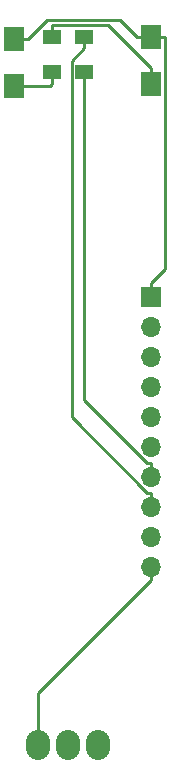
<source format=gbr>
G04 #@! TF.FileFunction,Copper,L1,Top,Signal*
%FSLAX46Y46*%
G04 Gerber Fmt 4.6, Leading zero omitted, Abs format (unit mm)*
G04 Created by KiCad (PCBNEW 4.0.7-e2-6376~58~ubuntu16.04.1) date Mon Jun 25 07:50:44 2018*
%MOMM*%
%LPD*%
G01*
G04 APERTURE LIST*
%ADD10C,0.100000*%
%ADD11R,1.500000X1.300000*%
%ADD12R,1.700000X2.000000*%
%ADD13O,2.032000X2.540000*%
%ADD14R,1.700000X1.700000*%
%ADD15O,1.700000X1.700000*%
%ADD16C,0.250000*%
G04 APERTURE END LIST*
D10*
D11*
X169650000Y-42000000D03*
X172350000Y-42000000D03*
X169650000Y-45000000D03*
X172350000Y-45000000D03*
D12*
X178000000Y-46000000D03*
X178000000Y-42000000D03*
X166400000Y-42150000D03*
X166400000Y-46150000D03*
D13*
X171000000Y-102000000D03*
X173540000Y-102000000D03*
X168460000Y-102000000D03*
D14*
X178000000Y-64000000D03*
D15*
X178000000Y-66540000D03*
X178000000Y-69080000D03*
X178000000Y-71620000D03*
X178000000Y-74160000D03*
X178000000Y-76700000D03*
X178000000Y-79240000D03*
X178000000Y-81780000D03*
X178000000Y-84320000D03*
X178000000Y-86860000D03*
D16*
X169181800Y-40543500D02*
X167575300Y-42150000D01*
X175368200Y-40543500D02*
X169181800Y-40543500D01*
X176824700Y-42000000D02*
X175368200Y-40543500D01*
X178000000Y-42000000D02*
X176824700Y-42000000D01*
X166400000Y-42150000D02*
X167575300Y-42150000D01*
X179175300Y-61649400D02*
X179175300Y-42000000D01*
X178000000Y-62824700D02*
X179175300Y-61649400D01*
X178000000Y-64000000D02*
X178000000Y-62824700D01*
X178000000Y-42000000D02*
X179175300Y-42000000D01*
X178000000Y-46000000D02*
X178000000Y-44674700D01*
X169650000Y-42000000D02*
X169650000Y-41024700D01*
X174350000Y-41024700D02*
X178000000Y-44674700D01*
X169650000Y-41024700D02*
X174350000Y-41024700D01*
X172350000Y-42000000D02*
X172350000Y-42975300D01*
X178000000Y-81780000D02*
X178000000Y-80604700D01*
X171274600Y-44050700D02*
X172350000Y-42975300D01*
X171274600Y-74195400D02*
X171274600Y-44050700D01*
X177683900Y-80604700D02*
X171274600Y-74195400D01*
X178000000Y-80604700D02*
X177683900Y-80604700D01*
X169475300Y-46150000D02*
X169650000Y-45975300D01*
X166400000Y-46150000D02*
X169475300Y-46150000D01*
X169650000Y-45000000D02*
X169650000Y-45975300D01*
X172350000Y-72782000D02*
X172350000Y-45000000D01*
X177632700Y-78064700D02*
X172350000Y-72782000D01*
X178000000Y-78064700D02*
X177632700Y-78064700D01*
X178000000Y-79240000D02*
X178000000Y-78064700D01*
X168460000Y-97575300D02*
X168460000Y-102000000D01*
X178000000Y-88035300D02*
X168460000Y-97575300D01*
X178000000Y-86860000D02*
X178000000Y-88035300D01*
M02*

</source>
